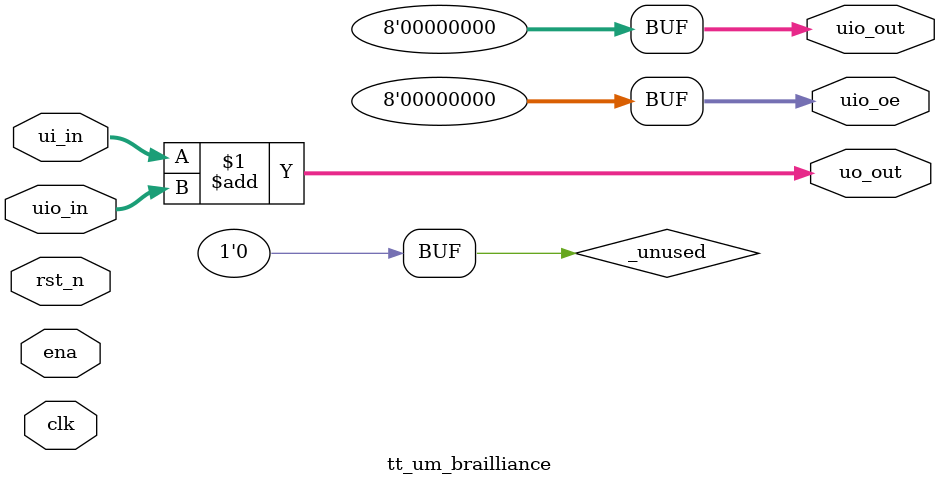
<source format=v>
/*
 * Copyright (c) 2024 Your Name
 * SPDX-License-Identifier: Apache-2.0
 */

`default_nettype none

module tt_um_brailliance (
    input  wire [7:0] ui_in,    // Dedicated inputs
    output wire [7:0] uo_out,   // Dedicated outputs
    input  wire [7:0] uio_in,   // IOs: Input path
    output wire [7:0] uio_out,  // IOs: Output path
    output wire [7:0] uio_oe,   // IOs: Enable path (active high: 0=input, 1=output)
    input  wire       ena,      // always 1 when the design is powered, so you can ignore it
    input  wire       clk,      // clock
    input  wire       rst_n     // reset_n - low to reset
);

  // All output pins must be assigned. If not used, assign to 0.
  assign uo_out  = ui_in + uio_in;  // Example: ou_out is the sum of ui_in and uio_in
  assign uio_out = 0;
  assign uio_oe  = 0;

  // List all unused inputs to prevent warnings
  wire _unused = &{ena, clk, rst_n, 1'b0};

endmodule

</source>
